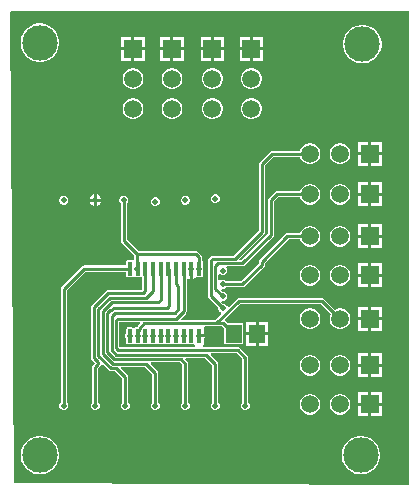
<source format=gbl>
G04*
G04 #@! TF.GenerationSoftware,Altium Limited,Altium Designer,23.0.1 (38)*
G04*
G04 Layer_Physical_Order=2*
G04 Layer_Color=16711680*
%FSLAX25Y25*%
%MOIN*%
G70*
G04*
G04 #@! TF.SameCoordinates,7FA53B3A-F1D1-4194-8ECC-15494960791F*
G04*
G04*
G04 #@! TF.FilePolarity,Positive*
G04*
G01*
G75*
%ADD10C,0.01000*%
%ADD15R,0.05512X0.05906*%
%ADD29R,0.05906X0.05906*%
%ADD30C,0.05906*%
%ADD31R,0.05906X0.05906*%
%ADD32C,0.02000*%
%ADD33C,0.11811*%
G04:AMPARAMS|DCode=34|XSize=15.75mil|YSize=47.24mil|CornerRadius=1.97mil|HoleSize=0mil|Usage=FLASHONLY|Rotation=180.000|XOffset=0mil|YOffset=0mil|HoleType=Round|Shape=RoundedRectangle|*
%AMROUNDEDRECTD34*
21,1,0.01575,0.04331,0,0,180.0*
21,1,0.01181,0.04724,0,0,180.0*
1,1,0.00394,-0.00591,0.02165*
1,1,0.00394,0.00591,0.02165*
1,1,0.00394,0.00591,-0.02165*
1,1,0.00394,-0.00591,-0.02165*
%
%ADD34ROUNDEDRECTD34*%
G36*
X331000Y254361D02*
X330645Y254008D01*
X199339Y254827D01*
X198034Y411645D01*
X198386Y412000D01*
X331000D01*
Y254361D01*
D02*
G37*
%LPC*%
G36*
X282453Y403453D02*
X279000D01*
Y400000D01*
X282453D01*
Y403453D01*
D02*
G37*
G36*
X269453D02*
X266000D01*
Y400000D01*
X269453D01*
Y403453D01*
D02*
G37*
G36*
X255953D02*
X252500D01*
Y400000D01*
X255953D01*
Y403453D01*
D02*
G37*
G36*
X242953D02*
X239500D01*
Y400000D01*
X242953D01*
Y403453D01*
D02*
G37*
G36*
X278000D02*
X274547D01*
Y400000D01*
X278000D01*
Y403453D01*
D02*
G37*
G36*
X265000D02*
X261547D01*
Y400000D01*
X265000D01*
Y403453D01*
D02*
G37*
G36*
X251500D02*
X248047D01*
Y400000D01*
X251500D01*
Y403453D01*
D02*
G37*
G36*
X238500D02*
X235047D01*
Y400000D01*
X238500D01*
Y403453D01*
D02*
G37*
G36*
X282453Y399000D02*
X279000D01*
Y395547D01*
X282453D01*
Y399000D01*
D02*
G37*
G36*
X278000D02*
X274547D01*
Y395547D01*
X278000D01*
Y399000D01*
D02*
G37*
G36*
X269453D02*
X266000D01*
Y395547D01*
X269453D01*
Y399000D01*
D02*
G37*
G36*
X265000D02*
X261547D01*
Y395547D01*
X265000D01*
Y399000D01*
D02*
G37*
G36*
X255953D02*
X252500D01*
Y395547D01*
X255953D01*
Y399000D01*
D02*
G37*
G36*
X251500D02*
X248047D01*
Y395547D01*
X251500D01*
Y399000D01*
D02*
G37*
G36*
X242953D02*
X239500D01*
Y395547D01*
X242953D01*
Y399000D01*
D02*
G37*
G36*
X238500D02*
X235047D01*
Y395547D01*
X238500D01*
Y399000D01*
D02*
G37*
G36*
X208631Y407905D02*
X207369D01*
X206132Y407659D01*
X204966Y407176D01*
X203917Y406475D01*
X203025Y405583D01*
X202324Y404534D01*
X201841Y403368D01*
X201594Y402131D01*
Y400869D01*
X201841Y399632D01*
X202324Y398466D01*
X203025Y397417D01*
X203917Y396525D01*
X204966Y395824D01*
X206132Y395341D01*
X207369Y395094D01*
X208631D01*
X209868Y395341D01*
X211034Y395824D01*
X212083Y396525D01*
X212976Y397417D01*
X213677Y398466D01*
X214159Y399632D01*
X214405Y400869D01*
Y402131D01*
X214159Y403368D01*
X213677Y404534D01*
X212976Y405583D01*
X212083Y406475D01*
X211034Y407176D01*
X209868Y407659D01*
X208631Y407905D01*
D02*
G37*
G36*
X316131Y407406D02*
X314869D01*
X313632Y407159D01*
X312466Y406676D01*
X311417Y405975D01*
X310525Y405083D01*
X309823Y404034D01*
X309341Y402868D01*
X309095Y401631D01*
Y400369D01*
X309341Y399132D01*
X309823Y397966D01*
X310525Y396917D01*
X311417Y396024D01*
X312466Y395323D01*
X313632Y394841D01*
X314869Y394595D01*
X316131D01*
X317368Y394841D01*
X318534Y395323D01*
X319583Y396024D01*
X320476Y396917D01*
X321177Y397966D01*
X321659Y399132D01*
X321905Y400369D01*
Y401631D01*
X321659Y402868D01*
X321177Y404034D01*
X320476Y405083D01*
X319583Y405975D01*
X318534Y406676D01*
X317368Y407159D01*
X316131Y407406D01*
D02*
G37*
G36*
X278955Y392953D02*
X278045D01*
X277167Y392718D01*
X276380Y392263D01*
X275737Y391620D01*
X275283Y390833D01*
X275047Y389955D01*
Y389045D01*
X275283Y388167D01*
X275737Y387380D01*
X276380Y386737D01*
X277167Y386282D01*
X278045Y386047D01*
X278955D01*
X279833Y386282D01*
X280620Y386737D01*
X281263Y387380D01*
X281717Y388167D01*
X281953Y389045D01*
Y389955D01*
X281717Y390833D01*
X281263Y391620D01*
X280620Y392263D01*
X279833Y392718D01*
X278955Y392953D01*
D02*
G37*
G36*
X265955D02*
X265045D01*
X264167Y392718D01*
X263380Y392263D01*
X262737Y391620D01*
X262282Y390833D01*
X262047Y389955D01*
Y389045D01*
X262282Y388167D01*
X262737Y387380D01*
X263380Y386737D01*
X264167Y386282D01*
X265045Y386047D01*
X265955D01*
X266833Y386282D01*
X267620Y386737D01*
X268263Y387380D01*
X268718Y388167D01*
X268953Y389045D01*
Y389955D01*
X268718Y390833D01*
X268263Y391620D01*
X267620Y392263D01*
X266833Y392718D01*
X265955Y392953D01*
D02*
G37*
G36*
X252455D02*
X251545D01*
X250667Y392718D01*
X249880Y392263D01*
X249237Y391620D01*
X248782Y390833D01*
X248547Y389955D01*
Y389045D01*
X248782Y388167D01*
X249237Y387380D01*
X249880Y386737D01*
X250667Y386282D01*
X251545Y386047D01*
X252455D01*
X253333Y386282D01*
X254120Y386737D01*
X254763Y387380D01*
X255218Y388167D01*
X255453Y389045D01*
Y389955D01*
X255218Y390833D01*
X254763Y391620D01*
X254120Y392263D01*
X253333Y392718D01*
X252455Y392953D01*
D02*
G37*
G36*
X239455D02*
X238545D01*
X237667Y392718D01*
X236880Y392263D01*
X236237Y391620D01*
X235783Y390833D01*
X235547Y389955D01*
Y389045D01*
X235783Y388167D01*
X236237Y387380D01*
X236880Y386737D01*
X237667Y386282D01*
X238545Y386047D01*
X239455D01*
X240333Y386282D01*
X241120Y386737D01*
X241763Y387380D01*
X242217Y388167D01*
X242453Y389045D01*
Y389955D01*
X242217Y390833D01*
X241763Y391620D01*
X241120Y392263D01*
X240333Y392718D01*
X239455Y392953D01*
D02*
G37*
G36*
X278955Y382953D02*
X278045D01*
X277167Y382717D01*
X276380Y382263D01*
X275737Y381620D01*
X275283Y380833D01*
X275047Y379955D01*
Y379045D01*
X275283Y378167D01*
X275737Y377380D01*
X276380Y376737D01*
X277167Y376283D01*
X278045Y376047D01*
X278955D01*
X279833Y376283D01*
X280620Y376737D01*
X281263Y377380D01*
X281717Y378167D01*
X281953Y379045D01*
Y379955D01*
X281717Y380833D01*
X281263Y381620D01*
X280620Y382263D01*
X279833Y382717D01*
X278955Y382953D01*
D02*
G37*
G36*
X265955D02*
X265045D01*
X264167Y382717D01*
X263380Y382263D01*
X262737Y381620D01*
X262282Y380833D01*
X262047Y379955D01*
Y379045D01*
X262282Y378167D01*
X262737Y377380D01*
X263380Y376737D01*
X264167Y376283D01*
X265045Y376047D01*
X265955D01*
X266833Y376283D01*
X267620Y376737D01*
X268263Y377380D01*
X268718Y378167D01*
X268953Y379045D01*
Y379955D01*
X268718Y380833D01*
X268263Y381620D01*
X267620Y382263D01*
X266833Y382717D01*
X265955Y382953D01*
D02*
G37*
G36*
X252455D02*
X251545D01*
X250667Y382717D01*
X249880Y382263D01*
X249237Y381620D01*
X248782Y380833D01*
X248547Y379955D01*
Y379045D01*
X248782Y378167D01*
X249237Y377380D01*
X249880Y376737D01*
X250667Y376283D01*
X251545Y376047D01*
X252455D01*
X253333Y376283D01*
X254120Y376737D01*
X254763Y377380D01*
X255218Y378167D01*
X255453Y379045D01*
Y379955D01*
X255218Y380833D01*
X254763Y381620D01*
X254120Y382263D01*
X253333Y382717D01*
X252455Y382953D01*
D02*
G37*
G36*
X239455D02*
X238545D01*
X237667Y382717D01*
X236880Y382263D01*
X236237Y381620D01*
X235783Y380833D01*
X235547Y379955D01*
Y379045D01*
X235783Y378167D01*
X236237Y377380D01*
X236880Y376737D01*
X237667Y376283D01*
X238545Y376047D01*
X239455D01*
X240333Y376283D01*
X241120Y376737D01*
X241763Y377380D01*
X242217Y378167D01*
X242453Y379045D01*
Y379955D01*
X242217Y380833D01*
X241763Y381620D01*
X241120Y382263D01*
X240333Y382717D01*
X239455Y382953D01*
D02*
G37*
G36*
X321953Y368453D02*
X318500D01*
Y365000D01*
X321953D01*
Y368453D01*
D02*
G37*
G36*
X317500D02*
X314047D01*
Y365000D01*
X317500D01*
Y368453D01*
D02*
G37*
G36*
X308455Y367953D02*
X307545D01*
X306667Y367718D01*
X305880Y367263D01*
X305237Y366620D01*
X304783Y365833D01*
X304547Y364955D01*
Y364045D01*
X304783Y363167D01*
X305237Y362380D01*
X305880Y361737D01*
X306667Y361282D01*
X307545Y361047D01*
X308455D01*
X309333Y361282D01*
X310120Y361737D01*
X310763Y362380D01*
X311217Y363167D01*
X311453Y364045D01*
Y364955D01*
X311217Y365833D01*
X310763Y366620D01*
X310120Y367263D01*
X309333Y367718D01*
X308455Y367953D01*
D02*
G37*
G36*
X298455D02*
X297545D01*
X296667Y367718D01*
X295880Y367263D01*
X295237Y366620D01*
X294782Y365833D01*
X294699Y365520D01*
X285500D01*
X285110Y365442D01*
X284779Y365221D01*
X281279Y361721D01*
X281058Y361390D01*
X280980Y361000D01*
Y338922D01*
X272578Y330520D01*
X265586D01*
X265196Y330442D01*
X264865Y330221D01*
X264279Y329635D01*
X264058Y329304D01*
X263980Y328914D01*
Y317000D01*
X264058Y316610D01*
X264279Y316279D01*
X267500Y313058D01*
Y312702D01*
X267728Y312150D01*
X268150Y311728D01*
X268332Y311653D01*
X268450Y311063D01*
X266406Y309020D01*
X255115D01*
X254924Y309482D01*
X256619Y311177D01*
X256840Y311508D01*
X256917Y311898D01*
Y322648D01*
X257397Y322926D01*
X257417Y322924D01*
X257866Y322835D01*
X257957D01*
Y326220D01*
X258957D01*
Y322835D01*
X259047D01*
X259514Y322928D01*
X259910Y323192D01*
X260032Y323375D01*
X260153Y323399D01*
X260425Y323345D01*
X261606D01*
X261878Y323399D01*
X262109Y323553D01*
X262263Y323783D01*
X262317Y324055D01*
Y325259D01*
X262500Y325702D01*
Y326298D01*
X262317Y326741D01*
Y328386D01*
X262263Y328658D01*
X262109Y328888D01*
X262020Y328948D01*
Y330000D01*
X261942Y330390D01*
X261721Y330721D01*
X260721Y331721D01*
X260390Y331942D01*
X260000Y332020D01*
X240922D01*
X237020Y335922D01*
Y347898D01*
X237272Y348150D01*
X237500Y348702D01*
Y349298D01*
X237272Y349850D01*
X236850Y350272D01*
X236298Y350500D01*
X235702D01*
X235150Y350272D01*
X234728Y349850D01*
X234500Y349298D01*
Y348702D01*
X234728Y348150D01*
X234980Y347898D01*
Y335500D01*
X235058Y335110D01*
X235279Y334779D01*
X239480Y330578D01*
Y329174D01*
X239329Y329067D01*
X238980Y328953D01*
X238847Y329042D01*
X238575Y329096D01*
X237394D01*
X237122Y329042D01*
X236891Y328888D01*
X236737Y328658D01*
X236683Y328386D01*
Y327240D01*
X222721D01*
X222330Y327162D01*
X222000Y326941D01*
X215279Y320221D01*
X215058Y319890D01*
X214980Y319500D01*
Y281602D01*
X214728Y281350D01*
X214500Y280798D01*
Y280202D01*
X214728Y279650D01*
X215150Y279228D01*
X215702Y279000D01*
X216298D01*
X216850Y279228D01*
X217272Y279650D01*
X217500Y280202D01*
Y280798D01*
X217272Y281350D01*
X217020Y281602D01*
Y319078D01*
X223143Y325201D01*
X236683D01*
Y324055D01*
X236737Y323783D01*
X236891Y323553D01*
X237122Y323399D01*
X237394Y323345D01*
X238575D01*
X238847Y323399D01*
X239077Y323553D01*
X239450D01*
X239681Y323399D01*
X239953Y323345D01*
X241134D01*
X241406Y323399D01*
X241590Y323522D01*
X241809Y323463D01*
X242083Y323321D01*
Y319171D01*
X241931Y319020D01*
X230636D01*
X230246Y318942D01*
X229915Y318721D01*
X225279Y314085D01*
X225058Y313754D01*
X224980Y313364D01*
Y296479D01*
X225058Y296089D01*
X225279Y295758D01*
X226298Y294740D01*
X225779Y294221D01*
X225558Y293890D01*
X225480Y293500D01*
Y281602D01*
X225228Y281350D01*
X225000Y280798D01*
Y280202D01*
X225228Y279650D01*
X225650Y279228D01*
X226202Y279000D01*
X226798D01*
X227350Y279228D01*
X227772Y279650D01*
X228000Y280202D01*
Y280798D01*
X227772Y281350D01*
X227520Y281602D01*
Y293078D01*
X228046Y293604D01*
X228267Y293935D01*
X228309Y294143D01*
X228812Y294347D01*
X230880Y292279D01*
X231210Y292058D01*
X231600Y291980D01*
X233078D01*
X235480Y289578D01*
Y281602D01*
X235228Y281350D01*
X235000Y280798D01*
Y280202D01*
X235228Y279650D01*
X235650Y279228D01*
X236202Y279000D01*
X236798D01*
X237350Y279228D01*
X237772Y279650D01*
X238000Y280202D01*
Y280798D01*
X237772Y281350D01*
X237520Y281602D01*
Y290000D01*
X237442Y290390D01*
X237221Y290721D01*
X234924Y293019D01*
X235115Y293480D01*
X243078D01*
X245480Y291078D01*
Y281602D01*
X245228Y281350D01*
X245000Y280798D01*
Y280202D01*
X245228Y279650D01*
X245650Y279228D01*
X246202Y279000D01*
X246798D01*
X247350Y279228D01*
X247772Y279650D01*
X248000Y280202D01*
Y280798D01*
X247772Y281350D01*
X247520Y281602D01*
Y291500D01*
X247442Y291890D01*
X247221Y292221D01*
X244923Y294518D01*
X245115Y294980D01*
X254578D01*
X255480Y294078D01*
Y281602D01*
X255228Y281350D01*
X255000Y280798D01*
Y280202D01*
X255228Y279650D01*
X255650Y279228D01*
X256202Y279000D01*
X256798D01*
X257350Y279228D01*
X257772Y279650D01*
X258000Y280202D01*
Y280798D01*
X257772Y281350D01*
X257520Y281602D01*
Y294500D01*
X257442Y294890D01*
X257221Y295221D01*
X256423Y296019D01*
X256615Y296480D01*
X263078D01*
X265480Y294078D01*
Y281602D01*
X265228Y281350D01*
X265000Y280798D01*
Y280202D01*
X265228Y279650D01*
X265650Y279228D01*
X266202Y279000D01*
X266798D01*
X267350Y279228D01*
X267772Y279650D01*
X268000Y280202D01*
Y280798D01*
X267772Y281350D01*
X267520Y281602D01*
Y294500D01*
X267442Y294890D01*
X267221Y295221D01*
X264924Y297518D01*
X265115Y297980D01*
X273578D01*
X275480Y296078D01*
Y281602D01*
X275228Y281350D01*
X275000Y280798D01*
Y280202D01*
X275228Y279650D01*
X275650Y279228D01*
X276202Y279000D01*
X276798D01*
X277350Y279228D01*
X277772Y279650D01*
X278000Y280202D01*
Y280798D01*
X277772Y281350D01*
X277520Y281602D01*
Y296500D01*
X277442Y296890D01*
X277221Y297221D01*
X274721Y299721D01*
X274390Y299942D01*
X274000Y300020D01*
X262466D01*
X262402Y300105D01*
X262469Y300751D01*
X262734Y301147D01*
X262827Y301614D01*
Y302925D01*
X262973Y303279D01*
X261016D01*
Y304279D01*
X262973D01*
X262827Y304634D01*
Y305945D01*
X262734Y306412D01*
X262688Y306480D01*
X262955Y306980D01*
X268641D01*
X269307Y306314D01*
Y301047D01*
X275819D01*
Y307953D01*
X270552D01*
X269784Y308721D01*
X269733Y308755D01*
X269645Y309375D01*
X274751Y314480D01*
X301578D01*
X304945Y311114D01*
X304783Y310833D01*
X304547Y309955D01*
Y309045D01*
X304783Y308167D01*
X305237Y307380D01*
X305880Y306737D01*
X306667Y306282D01*
X307545Y306047D01*
X308455D01*
X309333Y306282D01*
X310120Y306737D01*
X310763Y307380D01*
X311217Y308167D01*
X311453Y309045D01*
Y309955D01*
X311217Y310833D01*
X310763Y311620D01*
X310120Y312263D01*
X309333Y312718D01*
X308455Y312953D01*
X307545D01*
X306667Y312718D01*
X306386Y312555D01*
X302721Y316221D01*
X302390Y316442D01*
X302000Y316520D01*
X274328D01*
X273938Y316442D01*
X273607Y316221D01*
X270937Y313550D01*
X270347Y313668D01*
X270272Y313850D01*
X269850Y314272D01*
X269298Y314500D01*
X268942D01*
X268329Y315113D01*
X268612Y315537D01*
X268702Y315500D01*
X269298D01*
X269850Y315728D01*
X270272Y316150D01*
X270500Y316702D01*
Y317298D01*
X270272Y317850D01*
X269850Y318272D01*
X269298Y318500D01*
X268942D01*
X268329Y319113D01*
X268612Y319537D01*
X268702Y319500D01*
X269298D01*
X269850Y319728D01*
X270102Y319980D01*
X275500D01*
X275890Y320058D01*
X276221Y320279D01*
X282721Y326779D01*
X282942Y327110D01*
X283020Y327500D01*
Y328078D01*
X290922Y335980D01*
X294699D01*
X294782Y335667D01*
X295237Y334880D01*
X295880Y334237D01*
X296667Y333783D01*
X297545Y333547D01*
X298455D01*
X299333Y333783D01*
X300120Y334237D01*
X300763Y334880D01*
X301218Y335667D01*
X301453Y336545D01*
Y337455D01*
X301218Y338333D01*
X300763Y339120D01*
X300120Y339763D01*
X299333Y340217D01*
X298455Y340453D01*
X297545D01*
X296667Y340217D01*
X295880Y339763D01*
X295237Y339120D01*
X294782Y338333D01*
X294699Y338020D01*
X290500D01*
X290110Y337942D01*
X289779Y337721D01*
X281279Y329221D01*
X281058Y328890D01*
X280980Y328500D01*
Y327922D01*
X275078Y322020D01*
X270102D01*
X269850Y322272D01*
X269298Y322500D01*
X268702D01*
X268150Y322272D01*
X268020Y322141D01*
X267520Y322348D01*
Y324152D01*
X268020Y324359D01*
X268150Y324228D01*
X268702Y324000D01*
X269298D01*
X269850Y324228D01*
X270272Y324650D01*
X270500Y325202D01*
Y325798D01*
X270272Y326350D01*
X270141Y326480D01*
X270348Y326980D01*
X275500D01*
X275890Y327058D01*
X276221Y327279D01*
X285721Y336779D01*
X285942Y337110D01*
X286020Y337500D01*
Y348578D01*
X287422Y349980D01*
X294699D01*
X294782Y349667D01*
X295237Y348880D01*
X295880Y348237D01*
X296667Y347782D01*
X297545Y347547D01*
X298455D01*
X299333Y347782D01*
X300120Y348237D01*
X300763Y348880D01*
X301218Y349667D01*
X301453Y350545D01*
Y351455D01*
X301218Y352333D01*
X300763Y353120D01*
X300120Y353763D01*
X299333Y354218D01*
X298455Y354453D01*
X297545D01*
X296667Y354218D01*
X295880Y353763D01*
X295237Y353120D01*
X294782Y352333D01*
X294699Y352020D01*
X287000D01*
X286610Y351942D01*
X286279Y351721D01*
X284279Y349721D01*
X284058Y349390D01*
X283980Y349000D01*
Y337922D01*
X275078Y329020D01*
X274615D01*
X274424Y329482D01*
X282721Y337779D01*
X282942Y338110D01*
X283020Y338500D01*
Y360578D01*
X285922Y363480D01*
X294699D01*
X294782Y363167D01*
X295237Y362380D01*
X295880Y361737D01*
X296667Y361282D01*
X297545Y361047D01*
X298455D01*
X299333Y361282D01*
X300120Y361737D01*
X300763Y362380D01*
X301218Y363167D01*
X301453Y364045D01*
Y364955D01*
X301218Y365833D01*
X300763Y366620D01*
X300120Y367263D01*
X299333Y367718D01*
X298455Y367953D01*
D02*
G37*
G36*
X321953Y364000D02*
X318500D01*
Y360547D01*
X321953D01*
Y364000D01*
D02*
G37*
G36*
X317500D02*
X314047D01*
Y360547D01*
X317500D01*
Y364000D01*
D02*
G37*
G36*
X321953Y354953D02*
X318500D01*
Y351500D01*
X321953D01*
Y354953D01*
D02*
G37*
G36*
X317500D02*
X314047D01*
Y351500D01*
X317500D01*
Y354953D01*
D02*
G37*
G36*
X227000Y350958D02*
Y349500D01*
X228458D01*
X228196Y350133D01*
X227633Y350695D01*
X227000Y350958D01*
D02*
G37*
G36*
X226000D02*
X225367Y350695D01*
X224804Y350133D01*
X224542Y349500D01*
X226000D01*
Y350958D01*
D02*
G37*
G36*
X266798Y351000D02*
X266202D01*
X265650Y350772D01*
X265228Y350350D01*
X265000Y349798D01*
Y349202D01*
X265228Y348650D01*
X265650Y348228D01*
X266202Y348000D01*
X266798D01*
X267350Y348228D01*
X267772Y348650D01*
X268000Y349202D01*
Y349798D01*
X267772Y350350D01*
X267350Y350772D01*
X266798Y351000D01*
D02*
G37*
G36*
X308455Y354453D02*
X307545D01*
X306667Y354218D01*
X305880Y353763D01*
X305237Y353120D01*
X304783Y352333D01*
X304547Y351455D01*
Y350545D01*
X304783Y349667D01*
X305237Y348880D01*
X305880Y348237D01*
X306667Y347782D01*
X307545Y347547D01*
X308455D01*
X309333Y347782D01*
X310120Y348237D01*
X310763Y348880D01*
X311217Y349667D01*
X311453Y350545D01*
Y351455D01*
X311217Y352333D01*
X310763Y353120D01*
X310120Y353763D01*
X309333Y354218D01*
X308455Y354453D01*
D02*
G37*
G36*
X256798Y350500D02*
X256202D01*
X255650Y350272D01*
X255228Y349850D01*
X255000Y349298D01*
Y348702D01*
X255228Y348150D01*
X255650Y347728D01*
X256202Y347500D01*
X256798D01*
X257350Y347728D01*
X257772Y348150D01*
X258000Y348702D01*
Y349298D01*
X257772Y349850D01*
X257350Y350272D01*
X256798Y350500D01*
D02*
G37*
G36*
X216298D02*
X215702D01*
X215150Y350272D01*
X214728Y349850D01*
X214500Y349298D01*
Y348702D01*
X214728Y348150D01*
X215150Y347728D01*
X215702Y347500D01*
X216298D01*
X216850Y347728D01*
X217272Y348150D01*
X217500Y348702D01*
Y349298D01*
X217272Y349850D01*
X216850Y350272D01*
X216298Y350500D01*
D02*
G37*
G36*
X321953D02*
X318500D01*
Y347047D01*
X321953D01*
Y350500D01*
D02*
G37*
G36*
X317500D02*
X314047D01*
Y347047D01*
X317500D01*
Y350500D01*
D02*
G37*
G36*
X228458Y348500D02*
X227000D01*
Y347042D01*
X227633Y347305D01*
X228196Y347867D01*
X228458Y348500D01*
D02*
G37*
G36*
X226000D02*
X224542D01*
X224804Y347867D01*
X225367Y347305D01*
X226000Y347042D01*
Y348500D01*
D02*
G37*
G36*
X246798Y350000D02*
X246202D01*
X245650Y349772D01*
X245228Y349350D01*
X245000Y348798D01*
Y348202D01*
X245228Y347650D01*
X245650Y347228D01*
X246202Y347000D01*
X246798D01*
X247350Y347228D01*
X247772Y347650D01*
X248000Y348202D01*
Y348798D01*
X247772Y349350D01*
X247350Y349772D01*
X246798Y350000D01*
D02*
G37*
G36*
X321953Y340953D02*
X318500D01*
Y337500D01*
X321953D01*
Y340953D01*
D02*
G37*
G36*
X317500D02*
X314047D01*
Y337500D01*
X317500D01*
Y340953D01*
D02*
G37*
G36*
X308455Y340453D02*
X307545D01*
X306667Y340217D01*
X305880Y339763D01*
X305237Y339120D01*
X304783Y338333D01*
X304547Y337455D01*
Y336545D01*
X304783Y335667D01*
X305237Y334880D01*
X305880Y334237D01*
X306667Y333783D01*
X307545Y333547D01*
X308455D01*
X309333Y333783D01*
X310120Y334237D01*
X310763Y334880D01*
X311217Y335667D01*
X311453Y336545D01*
Y337455D01*
X311217Y338333D01*
X310763Y339120D01*
X310120Y339763D01*
X309333Y340217D01*
X308455Y340453D01*
D02*
G37*
G36*
X321953Y336500D02*
X318500D01*
Y333047D01*
X321953D01*
Y336500D01*
D02*
G37*
G36*
X317500D02*
X314047D01*
Y333047D01*
X317500D01*
Y336500D01*
D02*
G37*
G36*
X321953Y327953D02*
X318500D01*
Y324500D01*
X321953D01*
Y327953D01*
D02*
G37*
G36*
X317500D02*
X314047D01*
Y324500D01*
X317500D01*
Y327953D01*
D02*
G37*
G36*
X308455Y327453D02*
X307545D01*
X306667Y327218D01*
X305880Y326763D01*
X305237Y326120D01*
X304783Y325333D01*
X304547Y324455D01*
Y323545D01*
X304783Y322667D01*
X305237Y321880D01*
X305880Y321237D01*
X306667Y320782D01*
X307545Y320547D01*
X308455D01*
X309333Y320782D01*
X310120Y321237D01*
X310763Y321880D01*
X311217Y322667D01*
X311453Y323545D01*
Y324455D01*
X311217Y325333D01*
X310763Y326120D01*
X310120Y326763D01*
X309333Y327218D01*
X308455Y327453D01*
D02*
G37*
G36*
X298455D02*
X297545D01*
X296667Y327218D01*
X295880Y326763D01*
X295237Y326120D01*
X294782Y325333D01*
X294547Y324455D01*
Y323545D01*
X294782Y322667D01*
X295237Y321880D01*
X295880Y321237D01*
X296667Y320782D01*
X297545Y320547D01*
X298455D01*
X299333Y320782D01*
X300120Y321237D01*
X300763Y321880D01*
X301218Y322667D01*
X301453Y323545D01*
Y324455D01*
X301218Y325333D01*
X300763Y326120D01*
X300120Y326763D01*
X299333Y327218D01*
X298455Y327453D01*
D02*
G37*
G36*
X321953Y323500D02*
X318500D01*
Y320047D01*
X321953D01*
Y323500D01*
D02*
G37*
G36*
X317500D02*
X314047D01*
Y320047D01*
X317500D01*
Y323500D01*
D02*
G37*
G36*
X321953Y313453D02*
X318500D01*
Y310000D01*
X321953D01*
Y313453D01*
D02*
G37*
G36*
X317500D02*
X314047D01*
Y310000D01*
X317500D01*
Y313453D01*
D02*
G37*
G36*
X298455Y312953D02*
X297545D01*
X296667Y312718D01*
X295880Y312263D01*
X295237Y311620D01*
X294782Y310833D01*
X294547Y309955D01*
Y309045D01*
X294782Y308167D01*
X295237Y307380D01*
X295880Y306737D01*
X296667Y306282D01*
X297545Y306047D01*
X298455D01*
X299333Y306282D01*
X300120Y306737D01*
X300763Y307380D01*
X301218Y308167D01*
X301453Y309045D01*
Y309955D01*
X301218Y310833D01*
X300763Y311620D01*
X300120Y312263D01*
X299333Y312718D01*
X298455Y312953D01*
D02*
G37*
G36*
X321953Y309000D02*
X318500D01*
Y305547D01*
X321953D01*
Y309000D01*
D02*
G37*
G36*
X317500D02*
X314047D01*
Y305547D01*
X317500D01*
Y309000D01*
D02*
G37*
G36*
X284193Y308453D02*
X280937D01*
Y305000D01*
X284193D01*
Y308453D01*
D02*
G37*
G36*
X279937D02*
X276681D01*
Y305000D01*
X279937D01*
Y308453D01*
D02*
G37*
G36*
X284193Y304000D02*
X280937D01*
Y300547D01*
X284193D01*
Y304000D01*
D02*
G37*
G36*
X279937D02*
X276681D01*
Y300547D01*
X279937D01*
Y304000D01*
D02*
G37*
G36*
X321953Y297953D02*
X318500D01*
Y294500D01*
X321953D01*
Y297953D01*
D02*
G37*
G36*
X317500D02*
X314047D01*
Y294500D01*
X317500D01*
Y297953D01*
D02*
G37*
G36*
X308455Y297453D02*
X307545D01*
X306667Y297217D01*
X305880Y296763D01*
X305237Y296120D01*
X304783Y295333D01*
X304547Y294455D01*
Y293545D01*
X304783Y292667D01*
X305237Y291880D01*
X305880Y291237D01*
X306667Y290782D01*
X307545Y290547D01*
X308455D01*
X309333Y290782D01*
X310120Y291237D01*
X310763Y291880D01*
X311217Y292667D01*
X311453Y293545D01*
Y294455D01*
X311217Y295333D01*
X310763Y296120D01*
X310120Y296763D01*
X309333Y297217D01*
X308455Y297453D01*
D02*
G37*
G36*
X298455D02*
X297545D01*
X296667Y297217D01*
X295880Y296763D01*
X295237Y296120D01*
X294782Y295333D01*
X294547Y294455D01*
Y293545D01*
X294782Y292667D01*
X295237Y291880D01*
X295880Y291237D01*
X296667Y290782D01*
X297545Y290547D01*
X298455D01*
X299333Y290782D01*
X300120Y291237D01*
X300763Y291880D01*
X301218Y292667D01*
X301453Y293545D01*
Y294455D01*
X301218Y295333D01*
X300763Y296120D01*
X300120Y296763D01*
X299333Y297217D01*
X298455Y297453D01*
D02*
G37*
G36*
X321953Y293500D02*
X318500D01*
Y290047D01*
X321953D01*
Y293500D01*
D02*
G37*
G36*
X317500D02*
X314047D01*
Y290047D01*
X317500D01*
Y293500D01*
D02*
G37*
G36*
X321953Y284953D02*
X318500D01*
Y281500D01*
X321953D01*
Y284953D01*
D02*
G37*
G36*
X317500D02*
X314047D01*
Y281500D01*
X317500D01*
Y284953D01*
D02*
G37*
G36*
X308455Y284453D02*
X307545D01*
X306667Y284218D01*
X305880Y283763D01*
X305237Y283120D01*
X304783Y282333D01*
X304547Y281455D01*
Y280545D01*
X304783Y279667D01*
X305237Y278880D01*
X305880Y278237D01*
X306667Y277783D01*
X307545Y277547D01*
X308455D01*
X309333Y277783D01*
X310120Y278237D01*
X310763Y278880D01*
X311217Y279667D01*
X311453Y280545D01*
Y281455D01*
X311217Y282333D01*
X310763Y283120D01*
X310120Y283763D01*
X309333Y284218D01*
X308455Y284453D01*
D02*
G37*
G36*
X298455D02*
X297545D01*
X296667Y284218D01*
X295880Y283763D01*
X295237Y283120D01*
X294782Y282333D01*
X294547Y281455D01*
Y280545D01*
X294782Y279667D01*
X295237Y278880D01*
X295880Y278237D01*
X296667Y277783D01*
X297545Y277547D01*
X298455D01*
X299333Y277783D01*
X300120Y278237D01*
X300763Y278880D01*
X301218Y279667D01*
X301453Y280545D01*
Y281455D01*
X301218Y282333D01*
X300763Y283120D01*
X300120Y283763D01*
X299333Y284218D01*
X298455Y284453D01*
D02*
G37*
G36*
X321953Y280500D02*
X318500D01*
Y277047D01*
X321953D01*
Y280500D01*
D02*
G37*
G36*
X317500D02*
X314047D01*
Y277047D01*
X317500D01*
Y280500D01*
D02*
G37*
G36*
X315631Y270406D02*
X314369D01*
X313132Y270159D01*
X311966Y269676D01*
X310917Y268975D01*
X310024Y268083D01*
X309324Y267034D01*
X308841Y265868D01*
X308594Y264631D01*
Y263369D01*
X308841Y262132D01*
X309324Y260966D01*
X310024Y259917D01*
X310917Y259025D01*
X311966Y258324D01*
X313132Y257841D01*
X314369Y257594D01*
X315631D01*
X316868Y257841D01*
X318034Y258324D01*
X319083Y259025D01*
X319975Y259917D01*
X320676Y260966D01*
X321159Y262132D01*
X321406Y263369D01*
Y264631D01*
X321159Y265868D01*
X320676Y267034D01*
X319975Y268083D01*
X319083Y268975D01*
X318034Y269676D01*
X316868Y270159D01*
X315631Y270406D01*
D02*
G37*
G36*
X208631D02*
X207369D01*
X206132Y270159D01*
X204966Y269676D01*
X203917Y268975D01*
X203025Y268083D01*
X202324Y267034D01*
X201841Y265868D01*
X201594Y264631D01*
Y263369D01*
X201841Y262132D01*
X202324Y260966D01*
X203025Y259917D01*
X203917Y259025D01*
X204966Y258324D01*
X206132Y257841D01*
X207369Y257594D01*
X208631D01*
X209868Y257841D01*
X211034Y258324D01*
X212083Y259025D01*
X212976Y259917D01*
X213677Y260966D01*
X214159Y262132D01*
X214405Y263369D01*
Y264631D01*
X214159Y265868D01*
X213677Y267034D01*
X212976Y268083D01*
X212083Y268975D01*
X211034Y269676D01*
X209868Y270159D01*
X208631Y270406D01*
D02*
G37*
%LPD*%
G36*
X241451Y308018D02*
X240594Y307162D01*
X240373Y306831D01*
X240338Y306655D01*
X239953D01*
X239681Y306601D01*
X239450Y306447D01*
X239077D01*
X238847Y306601D01*
X238575Y306655D01*
X237394D01*
X237122Y306601D01*
X236891Y306447D01*
X236737Y306217D01*
X236683Y305945D01*
Y304558D01*
X236484Y304078D01*
Y303481D01*
X236683Y303001D01*
Y301614D01*
X236737Y301342D01*
X236891Y301112D01*
X237122Y300958D01*
X237394Y300904D01*
X238575D01*
X238847Y300958D01*
X239077Y301112D01*
X239450D01*
X239681Y300958D01*
X239953Y300904D01*
X241134D01*
X241406Y300958D01*
X241636Y301112D01*
X242009D01*
X242240Y300958D01*
X242512Y300904D01*
X243693D01*
X243965Y300958D01*
X244195Y301112D01*
X244568D01*
X244799Y300958D01*
X245071Y300904D01*
X246252D01*
X246524Y300958D01*
X246754Y301112D01*
X247128D01*
X247358Y300958D01*
X247630Y300904D01*
X248811D01*
X249083Y300958D01*
X249313Y301112D01*
X249687D01*
X249917Y300958D01*
X250189Y300904D01*
X251370D01*
X251642Y300958D01*
X251872Y301112D01*
X252246D01*
X252476Y300958D01*
X252748Y300904D01*
X253929D01*
X254201Y300958D01*
X254432Y301112D01*
X254805D01*
X255035Y300958D01*
X255307Y300904D01*
X256488D01*
X256760Y300958D01*
X256991Y301112D01*
X257364D01*
X257594Y300958D01*
X257866Y300904D01*
X259047D01*
X259319Y300958D01*
X259440Y300934D01*
X259562Y300751D01*
X259630Y300105D01*
X259566Y300020D01*
X234520D01*
Y308480D01*
X241260D01*
X241451Y308018D01*
D02*
G37*
D10*
X274328Y315500D02*
X302000D01*
X308000Y309500D01*
X290500Y337000D02*
X298000D01*
X282000Y328500D02*
X290500Y337000D01*
X287000Y351000D02*
X298000D01*
X285000Y349000D02*
X287000Y351000D01*
X285500Y364500D02*
X298000D01*
X282000Y361000D02*
X285500Y364500D01*
X270307Y306953D02*
X272563Y304697D01*
X269063Y308000D02*
X270110Y306953D01*
X266828Y308000D02*
X269063D01*
X272563Y304500D02*
Y304697D01*
X270110Y306953D02*
X270307D01*
X261000Y326000D02*
Y330000D01*
X240500Y326000D02*
Y331000D01*
X260000D02*
X261000Y330000D01*
X240500Y331000D02*
X260000D01*
X236000Y335500D02*
Y349000D01*
Y335500D02*
X240500Y331000D01*
X266828Y308000D02*
X274328Y315500D01*
X242874Y308000D02*
X266828D01*
X241315Y306441D02*
X242874Y308000D01*
X241315Y306126D02*
Y306441D01*
X240543Y305354D02*
X241315Y306126D01*
X240543Y303780D02*
Y305354D01*
X282000Y327500D02*
Y328500D01*
X275500Y321000D02*
X282000Y327500D01*
X269000Y321000D02*
X275500D01*
X285000Y337500D02*
Y349000D01*
X275500Y328000D02*
X285000Y337500D01*
X267500Y328000D02*
X275500D01*
X266500Y327000D02*
X267500Y328000D01*
X266500Y319500D02*
X269000Y317000D01*
X266500Y319500D02*
Y327000D01*
X282000Y338500D02*
Y361000D01*
X273000Y329500D02*
X282000Y338500D01*
X265000Y328914D02*
X265586Y329500D01*
X273000D01*
X265000Y317000D02*
Y328914D01*
Y317000D02*
X269000Y313000D01*
X253339Y321161D02*
Y326220D01*
Y321161D02*
X254110Y320390D01*
X251000Y313586D02*
Y326220D01*
X216000Y280500D02*
Y319500D01*
X242354Y318000D02*
X243102Y318749D01*
Y326220D01*
X227325Y294325D02*
Y295154D01*
X226000Y296479D02*
X227325Y295154D01*
X226500Y293500D02*
X227325Y294325D01*
X226000Y296479D02*
Y313364D01*
X230636Y318000D01*
X242354D01*
X226500Y280500D02*
Y293500D01*
X245661Y318661D02*
Y326220D01*
X243500Y316500D02*
X245661Y318661D01*
X231257Y316500D02*
X243500D01*
X227500Y312743D02*
X231257Y316500D01*
X227500Y297100D02*
X231600Y293000D01*
X233500D01*
X227500Y297100D02*
Y312743D01*
X233500Y293000D02*
X236500Y290000D01*
Y280500D02*
Y290000D01*
X248220Y315721D02*
Y326220D01*
X247500Y315000D02*
X248220Y315721D01*
X231879Y315000D02*
X247500D01*
X229000Y297722D02*
Y312121D01*
X231879Y315000D01*
X232222Y294500D02*
X243500D01*
X229000Y297722D02*
X232222Y294500D01*
X246500Y280500D02*
Y291500D01*
X243500Y294500D02*
X246500Y291500D01*
X231500Y312500D02*
X231879D01*
X232379Y313000D02*
X250414D01*
X251000Y313586D01*
X230500Y311500D02*
X231500Y312500D01*
X231879D02*
X232379Y313000D01*
X230500Y298343D02*
X232843Y296000D01*
X230500Y298343D02*
Y311500D01*
X232843Y296000D02*
X255000D01*
X256500Y280500D02*
Y294500D01*
X255000Y296000D02*
X256500Y294500D01*
X253000Y311500D02*
X254110Y312610D01*
Y320390D01*
X233000Y311500D02*
X253000D01*
X232000Y298965D02*
Y310500D01*
X233000Y311500D01*
X233465Y297500D02*
X263500D01*
X232000Y298965D02*
X233465Y297500D01*
X263500D02*
X266500Y294500D01*
Y280500D02*
Y294500D01*
X253500Y309500D02*
X255898Y311898D01*
Y326220D01*
X233500Y299586D02*
Y308914D01*
X234086Y309500D01*
X253500D01*
X234086Y299000D02*
X274000D01*
X233500Y299586D02*
X234086Y299000D01*
X274000D02*
X276500Y296500D01*
Y280500D02*
Y296500D01*
X216000Y319500D02*
X222721Y326220D01*
X237984D01*
D15*
X272563Y304500D02*
D03*
X280437D02*
D03*
D29*
X318000Y337000D02*
D03*
Y324000D02*
D03*
Y351000D02*
D03*
Y281000D02*
D03*
Y309500D02*
D03*
Y294000D02*
D03*
Y364500D02*
D03*
D30*
X308000Y337000D02*
D03*
X298000D02*
D03*
X308000Y324000D02*
D03*
X298000D02*
D03*
X308000Y351000D02*
D03*
X298000D02*
D03*
X308000Y281000D02*
D03*
X298000D02*
D03*
X308000Y309500D02*
D03*
X298000D02*
D03*
X308000Y294000D02*
D03*
X298000D02*
D03*
X308000Y364500D02*
D03*
X298000D02*
D03*
X278500Y389500D02*
D03*
Y379500D02*
D03*
X265500Y389500D02*
D03*
Y379500D02*
D03*
X252000Y389500D02*
D03*
Y379500D02*
D03*
X239000Y389500D02*
D03*
Y379500D02*
D03*
D31*
X278500Y399500D02*
D03*
X265500D02*
D03*
X252000D02*
D03*
X239000D02*
D03*
D32*
X258457Y326220D02*
D03*
X261000Y326000D02*
D03*
X240500D02*
D03*
X269000Y325500D02*
D03*
Y321000D02*
D03*
Y317000D02*
D03*
Y313000D02*
D03*
X248220Y303780D02*
D03*
X255898D02*
D03*
X250780D02*
D03*
X253339D02*
D03*
X261016D02*
D03*
X240543D02*
D03*
X237984D02*
D03*
X243102D02*
D03*
X245661D02*
D03*
X216000Y349000D02*
D03*
X226500D02*
D03*
X236000D02*
D03*
X246500Y348500D02*
D03*
X256500Y349000D02*
D03*
X266500Y349500D02*
D03*
X276500Y280500D02*
D03*
X266500D02*
D03*
X256500D02*
D03*
X246500D02*
D03*
X236500D02*
D03*
X226500D02*
D03*
X216000D02*
D03*
D33*
X315000Y264000D02*
D03*
X208000D02*
D03*
Y401500D02*
D03*
X315500Y401000D02*
D03*
D34*
X261016Y303780D02*
D03*
X258457D02*
D03*
X255898D02*
D03*
X253339D02*
D03*
X250780D02*
D03*
X248220D02*
D03*
X245661D02*
D03*
X243102D02*
D03*
X240543D02*
D03*
X237984D02*
D03*
X261016Y326220D02*
D03*
X258457D02*
D03*
X255898D02*
D03*
X253339D02*
D03*
X250780D02*
D03*
X248220D02*
D03*
X245661D02*
D03*
X243102D02*
D03*
X240543D02*
D03*
X237984D02*
D03*
M02*

</source>
